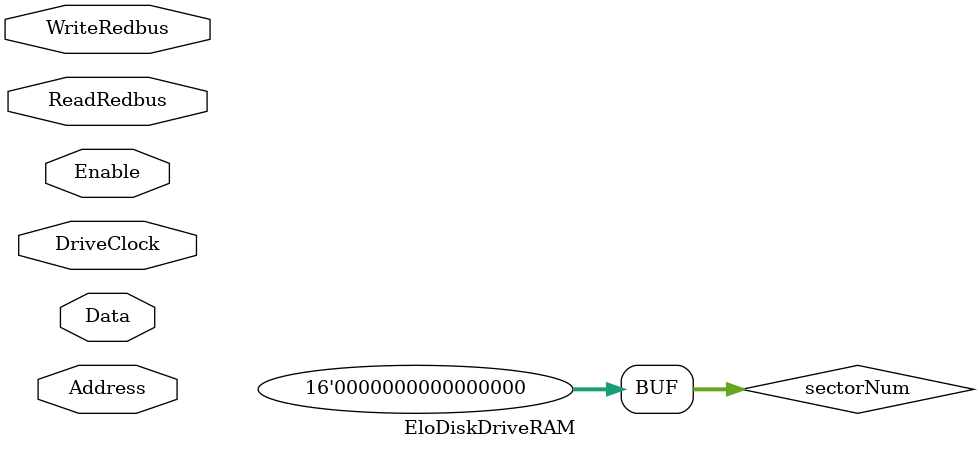
<source format=v>
module EloDiskDriveRAM(Address, Data, ReadRedbus, WriteRedbus, Enable, DriveClock);

	input [15:0] Address;
	inout [7:0] Data;
	input ReadRedbus, WriteRedbus;
	input Enable;
	
	input DriveClock;

	reg [7:0] sectorBuf[0:127];
	reg [15:0] sectorNum;
	reg [7:0] diskCommand;
	
	reg [6:0] sectorWriteOffset;
	reg [7:0] sectorWriteData;

	reg [6:0] sectorOffset;
	wire [7:0] diskOut;
	AlteraRAMBootDisk diskRAM(
		.address({sectorNum[10:0], sectorOffset}),
		.clock(DriveClock),
		.data(sectorBuf[sectorOffset]),
		.wren(diskCommand == 5),
		.q(diskOut)
	);
	reg [7:0] diskname[0:127];
	
	integer i;
	initial begin
		for(i=0;i<128;i=i+1) begin
			sectorBuf[i] <= 0;
			diskname[i] <= 0;
		end
		sectorNum <= 0;
		diskCommand <= 0;
		
		diskname[0] <= 8'h46;
		diskname[1] <= 8'h4F;
		diskname[2] <= 8'h52;
		diskname[3] <= 8'h54;
		diskname[4] <= 8'h48;
	end
	
	always @(negedge DriveClock) begin
		if (WriteRedbus && Address < 128) begin
			sectorBuf[sectorWriteOffset] = sectorWriteData;
		end else if (runDiskCommand) begin
			case(diskCommand)
			1: begin // Read disk name
				for(i=0;i<128;i=i+1) begin
					sectorBuf[i] <= diskname[i];
				end
				diskCommand = 0;
			end
			2: begin // Write disk name
				for(i=0;i<128;i=i+1) begin
					diskname[i] <= sectorBuf[i];
				end
				diskCommand = 0;
			end
			3: begin // Read disk serial
				for(i=0;i<128;i=i+1) begin
					sectorBuf[i] <= 0;
				end
				diskCommand = 0;
			end
			4: begin // Read disk sector
				sectorBuf[i] = diskOut;
				sectorOffset = sectorOffset + 1;
				if (sectorOffset == 0) diskCommand = 0;
			end
			5: begin // Write disk sector
				sectorOffset = sectorOffset + 1;
				if (sectorOffset == 0) diskCommand = 0;
			end
			default: begin
				diskCommand = 8'hFF;
			end
			endcase
		end
	end

endmodule

</source>
